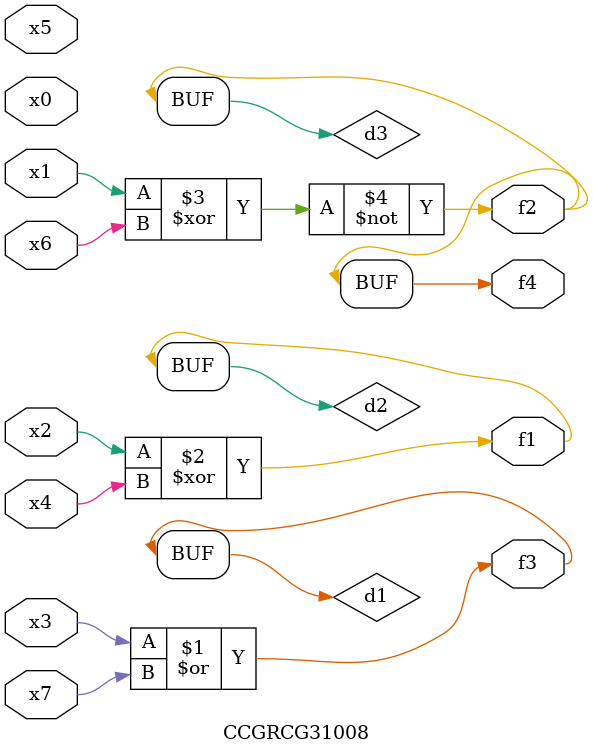
<source format=v>
module CCGRCG31008(
	input x0, x1, x2, x3, x4, x5, x6, x7,
	output f1, f2, f3, f4
);

	wire d1, d2, d3;

	or (d1, x3, x7);
	xor (d2, x2, x4);
	xnor (d3, x1, x6);
	assign f1 = d2;
	assign f2 = d3;
	assign f3 = d1;
	assign f4 = d3;
endmodule

</source>
